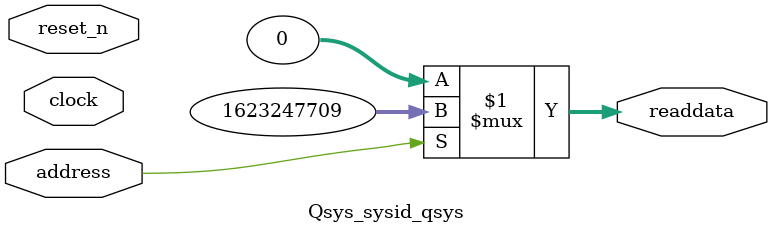
<source format=v>



// synthesis translate_off
`timescale 1ns / 1ps
// synthesis translate_on

// turn off superfluous verilog processor warnings 
// altera message_level Level1 
// altera message_off 10034 10035 10036 10037 10230 10240 10030 

module Qsys_sysid_qsys (
               // inputs:
                address,
                clock,
                reset_n,

               // outputs:
                readdata
             )
;

  output  [ 31: 0] readdata;
  input            address;
  input            clock;
  input            reset_n;

  wire    [ 31: 0] readdata;
  //control_slave, which is an e_avalon_slave
  assign readdata = address ? 1623247709 : 0;

endmodule



</source>
